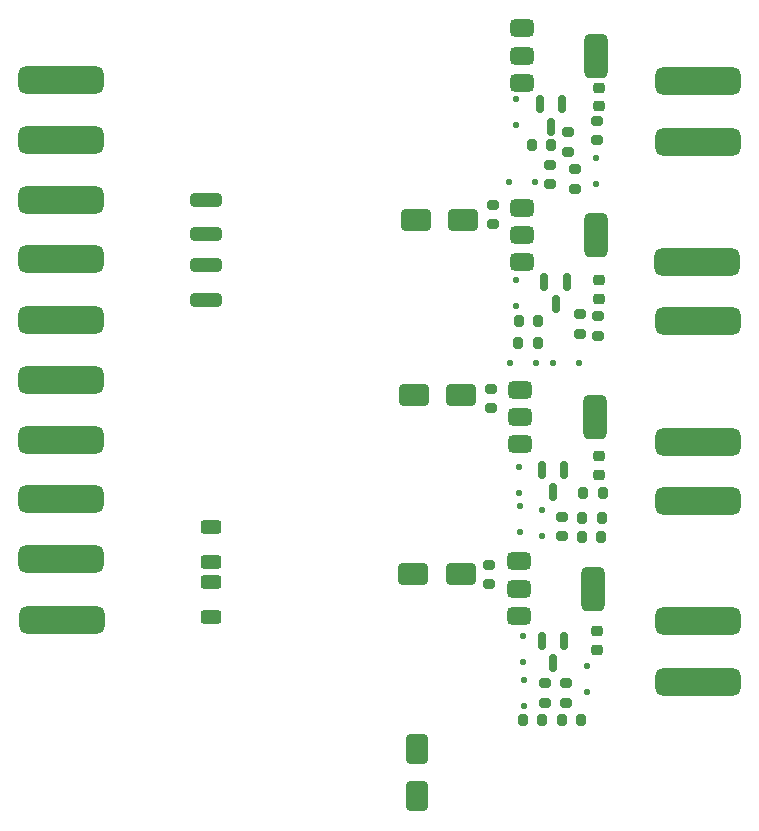
<source format=gbr>
%TF.GenerationSoftware,KiCad,Pcbnew,7.0.11*%
%TF.CreationDate,2025-07-03T12:22:14-04:00*%
%TF.ProjectId,14.1.6 - PMOS - PLC Connector Combined,31342e31-2e36-4202-9d20-504d4f53202d,rev?*%
%TF.SameCoordinates,Original*%
%TF.FileFunction,Paste,Top*%
%TF.FilePolarity,Positive*%
%FSLAX46Y46*%
G04 Gerber Fmt 4.6, Leading zero omitted, Abs format (unit mm)*
G04 Created by KiCad (PCBNEW 7.0.11) date 2025-07-03 12:22:14*
%MOMM*%
%LPD*%
G01*
G04 APERTURE LIST*
G04 Aperture macros list*
%AMRoundRect*
0 Rectangle with rounded corners*
0 $1 Rounding radius*
0 $2 $3 $4 $5 $6 $7 $8 $9 X,Y pos of 4 corners*
0 Add a 4 corners polygon primitive as box body*
4,1,4,$2,$3,$4,$5,$6,$7,$8,$9,$2,$3,0*
0 Add four circle primitives for the rounded corners*
1,1,$1+$1,$2,$3*
1,1,$1+$1,$4,$5*
1,1,$1+$1,$6,$7*
1,1,$1+$1,$8,$9*
0 Add four rect primitives between the rounded corners*
20,1,$1+$1,$2,$3,$4,$5,0*
20,1,$1+$1,$4,$5,$6,$7,0*
20,1,$1+$1,$6,$7,$8,$9,0*
20,1,$1+$1,$8,$9,$2,$3,0*%
G04 Aperture macros list end*
%ADD10RoundRect,0.200000X-0.275000X0.200000X-0.275000X-0.200000X0.275000X-0.200000X0.275000X0.200000X0*%
%ADD11RoundRect,0.125000X0.125000X-0.125000X0.125000X0.125000X-0.125000X0.125000X-0.125000X-0.125000X0*%
%ADD12RoundRect,0.572500X-3.045750X-0.572500X3.045750X-0.572500X3.045750X0.572500X-3.045750X0.572500X0*%
%ADD13RoundRect,0.200000X0.275000X-0.200000X0.275000X0.200000X-0.275000X0.200000X-0.275000X-0.200000X0*%
%ADD14RoundRect,0.218750X0.256250X-0.218750X0.256250X0.218750X-0.256250X0.218750X-0.256250X-0.218750X0*%
%ADD15RoundRect,0.125000X-0.125000X0.125000X-0.125000X-0.125000X0.125000X-0.125000X0.125000X0.125000X0*%
%ADD16RoundRect,0.200000X0.200000X0.275000X-0.200000X0.275000X-0.200000X-0.275000X0.200000X-0.275000X0*%
%ADD17RoundRect,0.250000X1.075000X-0.312500X1.075000X0.312500X-1.075000X0.312500X-1.075000X-0.312500X0*%
%ADD18RoundRect,0.250000X-0.650000X1.000000X-0.650000X-1.000000X0.650000X-1.000000X0.650000X1.000000X0*%
%ADD19RoundRect,0.150000X-0.150000X0.587500X-0.150000X-0.587500X0.150000X-0.587500X0.150000X0.587500X0*%
%ADD20RoundRect,0.200000X-0.200000X-0.275000X0.200000X-0.275000X0.200000X0.275000X-0.200000X0.275000X0*%
%ADD21RoundRect,0.375000X-0.625000X-0.375000X0.625000X-0.375000X0.625000X0.375000X-0.625000X0.375000X0*%
%ADD22RoundRect,0.500000X-0.500000X-1.400000X0.500000X-1.400000X0.500000X1.400000X-0.500000X1.400000X0*%
%ADD23RoundRect,0.250000X-1.000000X-0.650000X1.000000X-0.650000X1.000000X0.650000X-1.000000X0.650000X0*%
%ADD24RoundRect,0.125000X-0.125000X-0.125000X0.125000X-0.125000X0.125000X0.125000X-0.125000X0.125000X0*%
%ADD25RoundRect,0.250000X-1.075000X0.312500X-1.075000X-0.312500X1.075000X-0.312500X1.075000X0.312500X0*%
%ADD26RoundRect,0.250000X0.625000X-0.312500X0.625000X0.312500X-0.625000X0.312500X-0.625000X-0.312500X0*%
%ADD27RoundRect,0.125000X0.125000X0.125000X-0.125000X0.125000X-0.125000X-0.125000X0.125000X-0.125000X0*%
%ADD28RoundRect,0.250000X-0.625000X0.312500X-0.625000X-0.312500X0.625000X-0.312500X0.625000X0.312500X0*%
G04 APERTURE END LIST*
D10*
%TO.C,R3*%
X110880000Y-82750000D03*
X110880000Y-84400000D03*
%TD*%
%TO.C,R7*%
X110530000Y-113230000D03*
X110530000Y-114880000D03*
%TD*%
D11*
%TO.C,D13*%
X118840000Y-123980000D03*
X118840000Y-121780000D03*
%TD*%
D12*
%TO.C,J302*%
X128210000Y-118050000D03*
%TD*%
D13*
%TO.C,R17*%
X119660000Y-77310000D03*
X119660000Y-75660000D03*
%TD*%
D14*
%TO.C,D3*%
X119690000Y-120455000D03*
X119690000Y-118880000D03*
%TD*%
D12*
%TO.C,J310*%
X128240000Y-72320000D03*
%TD*%
D15*
%TO.C,D7*%
X115040000Y-108642500D03*
X115040000Y-110842500D03*
%TD*%
D13*
%TO.C,R5*%
X116700000Y-110840000D03*
X116700000Y-109190000D03*
%TD*%
D15*
%TO.C,D14*%
X113190000Y-108302500D03*
X113190000Y-110502500D03*
%TD*%
D16*
%TO.C,R21*%
X114685000Y-92570000D03*
X113035000Y-92570000D03*
%TD*%
%TO.C,R14*%
X120030000Y-110880000D03*
X118380000Y-110880000D03*
%TD*%
D12*
%TO.C,J210*%
X74278250Y-72187224D03*
%TD*%
D17*
%TO.C,R25*%
X86600000Y-85262500D03*
X86600000Y-82337500D03*
%TD*%
D15*
%TO.C,D11*%
X113110000Y-104942500D03*
X113110000Y-107142500D03*
%TD*%
D14*
%TO.C,D1*%
X119820000Y-74437500D03*
X119820000Y-72862500D03*
%TD*%
D12*
%TO.C,J209*%
X74278250Y-77245000D03*
%TD*%
D10*
%TO.C,R6*%
X110680000Y-98335000D03*
X110680000Y-99985000D03*
%TD*%
D18*
%TO.C,D303*%
X104400000Y-128862500D03*
X104400000Y-132862500D03*
%TD*%
D19*
%TO.C,Q1*%
X116880000Y-119700000D03*
X114980000Y-119700000D03*
X115930000Y-121575000D03*
%TD*%
D20*
%TO.C,R18*%
X118415000Y-109310000D03*
X120065000Y-109310000D03*
%TD*%
D12*
%TO.C,J314*%
X128230000Y-102820000D03*
%TD*%
%TO.C,J311*%
X128260000Y-92650000D03*
%TD*%
D21*
%TO.C,Q8*%
X113170000Y-98420000D03*
X113170000Y-100720000D03*
X113170000Y-103020000D03*
D22*
X119470000Y-100720000D03*
%TD*%
D12*
%TO.C,J206*%
X74308250Y-92488334D03*
%TD*%
D11*
%TO.C,D6*%
X112830000Y-91357500D03*
X112830000Y-89157500D03*
%TD*%
D12*
%TO.C,J306*%
X128180000Y-87590000D03*
%TD*%
%TO.C,J307*%
X128230000Y-123140000D03*
%TD*%
D23*
%TO.C,D302*%
X104120000Y-113990000D03*
X108120000Y-113990000D03*
%TD*%
D21*
%TO.C,Q6*%
X113300000Y-83007500D03*
X113300000Y-85307500D03*
X113300000Y-87607500D03*
D22*
X119600000Y-85307500D03*
%TD*%
D20*
%TO.C,R12*%
X118520000Y-107180000D03*
X120170000Y-107180000D03*
%TD*%
D24*
%TO.C,D15*%
X112350000Y-96140000D03*
X114550000Y-96140000D03*
%TD*%
D12*
%TO.C,J202*%
X74298250Y-112799446D03*
%TD*%
D25*
%TO.C,R24*%
X86600000Y-87875000D03*
X86600000Y-90800000D03*
%TD*%
D12*
%TO.C,J309*%
X128230000Y-77420000D03*
%TD*%
D19*
%TO.C,Q2*%
X116900000Y-105240000D03*
X115000000Y-105240000D03*
X115950000Y-107115000D03*
%TD*%
D11*
%TO.C,D5*%
X112800000Y-76017500D03*
X112800000Y-73817500D03*
%TD*%
D13*
%TO.C,R10*%
X119780000Y-93860000D03*
X119780000Y-92210000D03*
%TD*%
D12*
%TO.C,J203*%
X74308250Y-107721668D03*
%TD*%
D11*
%TO.C,D12*%
X113460000Y-125200000D03*
X113460000Y-123000000D03*
%TD*%
D26*
%TO.C,R22*%
X87000000Y-117662500D03*
X87000000Y-114737500D03*
%TD*%
D20*
%TO.C,R20*%
X113020000Y-94460000D03*
X114670000Y-94460000D03*
%TD*%
%TO.C,R4*%
X114135000Y-77680000D03*
X115785000Y-77680000D03*
%TD*%
D12*
%TO.C,J315*%
X128210000Y-107880000D03*
%TD*%
%TO.C,J208*%
X74298250Y-82342778D03*
%TD*%
D23*
%TO.C,D301*%
X104160000Y-98860000D03*
X108160000Y-98860000D03*
%TD*%
D19*
%TO.C,Q3*%
X117120000Y-89315000D03*
X115220000Y-89315000D03*
X116170000Y-91190000D03*
%TD*%
D12*
%TO.C,J201*%
X74370000Y-117920000D03*
%TD*%
D16*
%TO.C,R8*%
X115040000Y-126430000D03*
X113390000Y-126430000D03*
%TD*%
D20*
%TO.C,R11*%
X116690000Y-126380000D03*
X118340000Y-126380000D03*
%TD*%
D27*
%TO.C,D10*%
X118160000Y-96160000D03*
X115960000Y-96160000D03*
%TD*%
D21*
%TO.C,Q5*%
X113300000Y-67840000D03*
X113300000Y-70140000D03*
X113300000Y-72440000D03*
D22*
X119600000Y-70140000D03*
%TD*%
D13*
%TO.C,R9*%
X117850000Y-81405000D03*
X117850000Y-79755000D03*
%TD*%
D14*
%TO.C,D4*%
X119820000Y-105625000D03*
X119820000Y-104050000D03*
%TD*%
D24*
%TO.C,D16*%
X112230000Y-80860000D03*
X114430000Y-80860000D03*
%TD*%
D13*
%TO.C,R19*%
X115260000Y-124935000D03*
X115260000Y-123285000D03*
%TD*%
D10*
%TO.C,R15*%
X118220000Y-92030000D03*
X118220000Y-93680000D03*
%TD*%
D28*
%TO.C,R23*%
X87000000Y-110075000D03*
X87000000Y-113000000D03*
%TD*%
D23*
%TO.C,D309*%
X104360000Y-84070000D03*
X108360000Y-84070000D03*
%TD*%
D19*
%TO.C,Q4*%
X116710000Y-74272500D03*
X114810000Y-74272500D03*
X115760000Y-76147500D03*
%TD*%
D12*
%TO.C,J204*%
X74298250Y-102653890D03*
%TD*%
%TO.C,J207*%
X74308250Y-87400556D03*
%TD*%
%TO.C,J205*%
X74280000Y-97590000D03*
%TD*%
D11*
%TO.C,D8*%
X113450000Y-121457500D03*
X113450000Y-119257500D03*
%TD*%
D21*
%TO.C,Q10*%
X113040000Y-112960000D03*
X113040000Y-115260000D03*
X113040000Y-117560000D03*
D22*
X119340000Y-115260000D03*
%TD*%
D14*
%TO.C,D2*%
X119820000Y-90710000D03*
X119820000Y-89135000D03*
%TD*%
D10*
%TO.C,R13*%
X117040000Y-123265000D03*
X117040000Y-124915000D03*
%TD*%
D13*
%TO.C,R1*%
X115700000Y-81025000D03*
X115700000Y-79375000D03*
%TD*%
D11*
%TO.C,D9*%
X119590000Y-81010000D03*
X119590000Y-78810000D03*
%TD*%
D13*
%TO.C,R2*%
X117260000Y-78270000D03*
X117260000Y-76620000D03*
%TD*%
M02*

</source>
